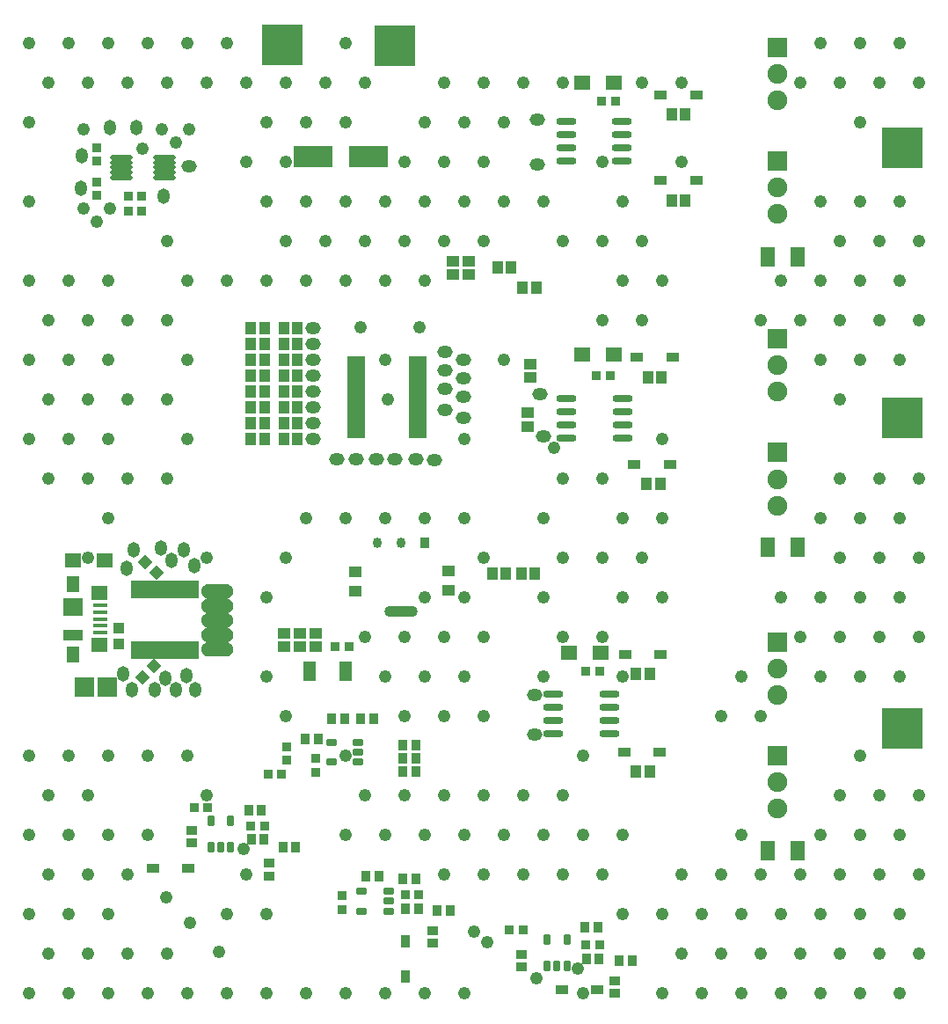
<source format=gts>
G04*
G04 #@! TF.GenerationSoftware,Altium Limited,Altium Designer,24.7.2 (38)*
G04*
G04 Layer_Color=8388736*
%FSLAX44Y44*%
%MOMM*%
G71*
G04*
G04 #@! TF.SameCoordinates,FD71C0C7-8574-4FF8-A0B1-75ED19D4754F*
G04*
G04*
G04 #@! TF.FilePolarity,Negative*
G04*
G01*
G75*
G04:AMPARAMS|DCode=23|XSize=1.0043mm|YSize=3.1821mm|CornerRadius=0.4369mm|HoleSize=0mm|Usage=FLASHONLY|Rotation=270.000|XOffset=0mm|YOffset=0mm|HoleType=Round|Shape=RoundedRectangle|*
%AMROUNDEDRECTD23*
21,1,1.0043,2.3084,0,0,270.0*
21,1,0.1306,3.1821,0,0,270.0*
1,1,0.8737,-1.1542,-0.0653*
1,1,0.8737,-1.1542,0.0653*
1,1,0.8737,1.1542,0.0653*
1,1,0.8737,1.1542,-0.0653*
%
%ADD23ROUNDEDRECTD23*%
G04:AMPARAMS|DCode=24|XSize=1.0043mm|YSize=0.8721mm|CornerRadius=0.4361mm|HoleSize=0mm|Usage=FLASHONLY|Rotation=270.000|XOffset=0mm|YOffset=0mm|HoleType=Round|Shape=RoundedRectangle|*
%AMROUNDEDRECTD24*
21,1,1.0043,0.0000,0,0,270.0*
21,1,0.1322,0.8721,0,0,270.0*
1,1,0.8721,0.0000,-0.0661*
1,1,0.8721,0.0000,0.0661*
1,1,0.8721,0.0000,0.0661*
1,1,0.8721,0.0000,-0.0661*
%
%ADD24ROUNDEDRECTD24*%
%ADD25R,0.8721X1.0043*%
%ADD34R,1.3000X1.6500*%
%ADD35R,1.9000X1.8000*%
%ADD36R,1.9000X1.0000*%
%ADD37R,1.5500X1.4250*%
%ADD38R,1.3800X0.4500*%
%ADD47O,1.2192X1.4732*%
%ADD48O,1.4732X1.2192*%
%ADD49R,1.8542X1.8542*%
%ADD50R,1.8542X1.8542*%
%ADD51R,4.0132X4.0132*%
%ADD52R,0.9032X0.9032*%
%ADD53O,2.2032X0.5032*%
%ADD54R,0.9032X0.9032*%
%ADD55R,0.9532X1.0532*%
G04:AMPARAMS|DCode=56|XSize=0.7532mm|YSize=1.0032mm|CornerRadius=0.1511mm|HoleSize=0mm|Usage=FLASHONLY|Rotation=270.000|XOffset=0mm|YOffset=0mm|HoleType=Round|Shape=RoundedRectangle|*
%AMROUNDEDRECTD56*
21,1,0.7532,0.7010,0,0,270.0*
21,1,0.4510,1.0032,0,0,270.0*
1,1,0.3022,-0.3505,-0.2255*
1,1,0.3022,-0.3505,0.2255*
1,1,0.3022,0.3505,0.2255*
1,1,0.3022,0.3505,-0.2255*
%
%ADD56ROUNDEDRECTD56*%
%ADD57R,0.9532X1.2032*%
%ADD58R,1.3032X1.0532*%
G04:AMPARAMS|DCode=59|XSize=0.7532mm|YSize=1.0032mm|CornerRadius=0.1511mm|HoleSize=0mm|Usage=FLASHONLY|Rotation=180.000|XOffset=0mm|YOffset=0mm|HoleType=Round|Shape=RoundedRectangle|*
%AMROUNDEDRECTD59*
21,1,0.7532,0.7010,0,0,180.0*
21,1,0.4510,1.0032,0,0,180.0*
1,1,0.3022,-0.2255,0.3505*
1,1,0.3022,0.2255,0.3505*
1,1,0.3022,0.2255,-0.3505*
1,1,0.3022,-0.2255,-0.3505*
%
%ADD59ROUNDEDRECTD59*%
%ADD60R,1.0532X0.9532*%
%ADD61R,1.2032X0.9532*%
%ADD62R,1.0532X1.1532*%
%ADD63O,1.9666X0.7316*%
%ADD64R,1.6532X0.6532*%
%ADD65R,3.7532X2.1032*%
%ADD66R,1.5032X1.3532*%
%ADD67R,0.6532X1.6532*%
%ADD68P,1.4895X4X270.0*%
%ADD69R,1.0532X1.0532*%
%ADD70P,1.4895X4X180.0*%
%ADD71R,1.1532X1.0532*%
%ADD72R,1.2532X1.8532*%
%ADD73R,1.4032X1.8532*%
%ADD74O,1.7272X1.3462*%
%ADD75R,1.9032X1.9032*%
%ADD76C,1.9032*%
%ADD77C,1.2192*%
G36*
X988365Y699263D02*
X988378Y699264D01*
X988431Y699259D01*
X988484Y699256D01*
X988498Y699253D01*
X988511Y699252D01*
X989459Y699101D01*
X989472Y699099D01*
X989485Y699097D01*
X989537Y699084D01*
X989588Y699072D01*
X989601Y699068D01*
X989614Y699064D01*
X990527Y698768D01*
X990539Y698763D01*
X990552Y698759D01*
X990601Y698738D01*
X990650Y698718D01*
X990662Y698712D01*
X990674Y698707D01*
X991529Y698271D01*
X991541Y698264D01*
X991553Y698259D01*
X991598Y698230D01*
X991644Y698203D01*
X991654Y698195D01*
X991665Y698187D01*
X992442Y697624D01*
X992452Y697615D01*
X992463Y697607D01*
X992503Y697572D01*
X992544Y697538D01*
X992553Y697529D01*
X992563Y697520D01*
X993242Y696841D01*
X993250Y696831D01*
X993260Y696822D01*
X993294Y696781D01*
X993329Y696741D01*
X993337Y696730D01*
X993345Y696720D01*
X993909Y695944D01*
X993916Y695932D01*
X993925Y695922D01*
X993952Y695876D01*
X993980Y695831D01*
X993986Y695819D01*
X993993Y695807D01*
X994428Y694952D01*
X994434Y694940D01*
X994440Y694928D01*
X994460Y694879D01*
X994481Y694830D01*
X994485Y694817D01*
X994490Y694805D01*
X994786Y693892D01*
X994789Y693879D01*
X994794Y693867D01*
X994806Y693815D01*
X994819Y693763D01*
X994820Y693750D01*
X994823Y693737D01*
X994974Y692789D01*
X994975Y692776D01*
X994977Y692763D01*
X994981Y692709D01*
X994986Y692656D01*
X994985Y692643D01*
X994986Y692630D01*
Y691670D01*
X994985Y691657D01*
X994986Y691644D01*
X994981Y691591D01*
X994977Y691537D01*
X994975Y691524D01*
X994974Y691511D01*
X994823Y690563D01*
X994820Y690550D01*
X994819Y690537D01*
X994806Y690485D01*
X994794Y690433D01*
X994789Y690421D01*
X994786Y690408D01*
X994490Y689495D01*
X994484Y689483D01*
X994481Y689470D01*
X994460Y689421D01*
X994440Y689372D01*
X994434Y689360D01*
X994428Y689348D01*
X993993Y688493D01*
X993986Y688481D01*
X993980Y688469D01*
X993952Y688424D01*
X993925Y688378D01*
X993916Y688368D01*
X993909Y688356D01*
X993345Y687580D01*
X993337Y687570D01*
X993329Y687559D01*
X993294Y687519D01*
X993260Y687478D01*
X993250Y687469D01*
X993242Y687459D01*
X992563Y686780D01*
X992553Y686771D01*
X992544Y686762D01*
X992503Y686728D01*
X992463Y686693D01*
X992452Y686685D01*
X992442Y686676D01*
X991665Y686113D01*
X991654Y686105D01*
X991644Y686097D01*
X991598Y686070D01*
X991553Y686041D01*
X991541Y686036D01*
X991529Y686029D01*
X990674Y685593D01*
X990662Y685588D01*
X990650Y685582D01*
X990601Y685562D01*
X990552Y685541D01*
X990539Y685537D01*
X990527Y685532D01*
X989614Y685236D01*
X989601Y685232D01*
X989588Y685228D01*
X989537Y685216D01*
X989485Y685203D01*
X989472Y685201D01*
X989459Y685199D01*
X989247Y685165D01*
X989459Y685132D01*
X989472Y685129D01*
X989485Y685127D01*
X989537Y685114D01*
X989588Y685102D01*
X989601Y685098D01*
X989614Y685094D01*
X990527Y684798D01*
X990539Y684793D01*
X990552Y684789D01*
X990601Y684768D01*
X990650Y684748D01*
X990662Y684742D01*
X990674Y684737D01*
X991529Y684301D01*
X991541Y684294D01*
X991553Y684288D01*
X991598Y684260D01*
X991644Y684233D01*
X991654Y684225D01*
X991665Y684218D01*
X992442Y683653D01*
X992452Y683645D01*
X992463Y683637D01*
X992503Y683602D01*
X992544Y683568D01*
X992553Y683559D01*
X992563Y683550D01*
X993242Y682871D01*
X993250Y682861D01*
X993260Y682852D01*
X993294Y682811D01*
X993329Y682771D01*
X993337Y682760D01*
X993345Y682750D01*
X993909Y681973D01*
X993916Y681962D01*
X993925Y681952D01*
X993952Y681906D01*
X993980Y681861D01*
X993986Y681849D01*
X993993Y681837D01*
X994428Y680982D01*
X994434Y680970D01*
X994440Y680958D01*
X994460Y680909D01*
X994481Y680860D01*
X994485Y680847D01*
X994490Y680835D01*
X994786Y679922D01*
X994789Y679909D01*
X994794Y679897D01*
X994806Y679845D01*
X994819Y679793D01*
X994820Y679780D01*
X994823Y679767D01*
X994974Y678819D01*
X994975Y678806D01*
X994977Y678793D01*
X994981Y678739D01*
X994986Y678686D01*
X994985Y678673D01*
X994986Y678660D01*
Y677700D01*
X994985Y677687D01*
X994986Y677674D01*
X994981Y677621D01*
X994977Y677567D01*
X994975Y677554D01*
X994974Y677541D01*
X994823Y676593D01*
X994820Y676580D01*
X994819Y676567D01*
X994806Y676515D01*
X994794Y676463D01*
X994789Y676451D01*
X994786Y676438D01*
X994490Y675525D01*
X994484Y675513D01*
X994481Y675500D01*
X994460Y675451D01*
X994440Y675402D01*
X994434Y675390D01*
X994428Y675378D01*
X993993Y674523D01*
X993986Y674511D01*
X993980Y674499D01*
X993952Y674454D01*
X993925Y674408D01*
X993916Y674398D01*
X993909Y674387D01*
X993345Y673610D01*
X993337Y673600D01*
X993329Y673589D01*
X993294Y673549D01*
X993260Y673508D01*
X993250Y673499D01*
X993242Y673489D01*
X992563Y672810D01*
X992553Y672801D01*
X992544Y672792D01*
X992503Y672758D01*
X992463Y672722D01*
X992452Y672715D01*
X992442Y672707D01*
X991665Y672142D01*
X991654Y672135D01*
X991644Y672127D01*
X991598Y672100D01*
X991553Y672072D01*
X991541Y672066D01*
X991529Y672059D01*
X990674Y671623D01*
X990662Y671618D01*
X990650Y671612D01*
X990601Y671592D01*
X990552Y671571D01*
X990539Y671567D01*
X990527Y671562D01*
X989614Y671266D01*
X989601Y671263D01*
X989588Y671258D01*
X989537Y671246D01*
X989485Y671233D01*
X989472Y671231D01*
X989459Y671228D01*
X989247Y671195D01*
X989459Y671161D01*
X989472Y671159D01*
X989485Y671157D01*
X989537Y671144D01*
X989588Y671132D01*
X989601Y671127D01*
X989614Y671124D01*
X990527Y670828D01*
X990539Y670823D01*
X990552Y670819D01*
X990601Y670798D01*
X990650Y670778D01*
X990662Y670772D01*
X990674Y670767D01*
X991529Y670331D01*
X991541Y670324D01*
X991553Y670319D01*
X991598Y670290D01*
X991644Y670263D01*
X991654Y670255D01*
X991665Y670247D01*
X992442Y669684D01*
X992452Y669675D01*
X992463Y669668D01*
X992503Y669632D01*
X992544Y669598D01*
X992553Y669589D01*
X992563Y669580D01*
X993242Y668901D01*
X993250Y668891D01*
X993260Y668882D01*
X993294Y668841D01*
X993329Y668801D01*
X993337Y668790D01*
X993345Y668780D01*
X993909Y668003D01*
X993916Y667992D01*
X993925Y667982D01*
X993952Y667936D01*
X993980Y667891D01*
X993986Y667879D01*
X993993Y667867D01*
X994428Y667012D01*
X994434Y667000D01*
X994440Y666988D01*
X994460Y666939D01*
X994481Y666890D01*
X994485Y666877D01*
X994490Y666865D01*
X994786Y665952D01*
X994789Y665939D01*
X994794Y665927D01*
X994806Y665875D01*
X994819Y665823D01*
X994820Y665810D01*
X994823Y665797D01*
X994974Y664849D01*
X994975Y664836D01*
X994977Y664823D01*
X994981Y664769D01*
X994986Y664716D01*
X994985Y664703D01*
X994986Y664690D01*
Y663730D01*
X994985Y663717D01*
X994986Y663704D01*
X994981Y663651D01*
X994977Y663597D01*
X994975Y663584D01*
X994974Y663571D01*
X994823Y662623D01*
X994820Y662610D01*
X994819Y662597D01*
X994806Y662545D01*
X994794Y662493D01*
X994789Y662481D01*
X994786Y662468D01*
X994490Y661555D01*
X994484Y661543D01*
X994481Y661530D01*
X994460Y661481D01*
X994440Y661432D01*
X994434Y661420D01*
X994428Y661408D01*
X993993Y660553D01*
X993986Y660541D01*
X993980Y660529D01*
X993952Y660484D01*
X993925Y660438D01*
X993916Y660428D01*
X993909Y660416D01*
X993345Y659640D01*
X993337Y659630D01*
X993329Y659619D01*
X993294Y659579D01*
X993260Y659538D01*
X993250Y659529D01*
X993242Y659519D01*
X992563Y658840D01*
X992553Y658831D01*
X992544Y658822D01*
X992503Y658788D01*
X992463Y658753D01*
X992452Y658745D01*
X992442Y658736D01*
X991665Y658173D01*
X991654Y658165D01*
X991644Y658157D01*
X991598Y658130D01*
X991553Y658102D01*
X991541Y658096D01*
X991529Y658089D01*
X990674Y657653D01*
X990662Y657648D01*
X990650Y657642D01*
X990601Y657622D01*
X990552Y657601D01*
X990539Y657597D01*
X990527Y657592D01*
X989614Y657296D01*
X989601Y657292D01*
X989588Y657288D01*
X989537Y657276D01*
X989485Y657263D01*
X989472Y657261D01*
X989459Y657259D01*
X989247Y657225D01*
X989459Y657191D01*
X989472Y657189D01*
X989485Y657187D01*
X989537Y657174D01*
X989588Y657162D01*
X989601Y657158D01*
X989614Y657154D01*
X990527Y656858D01*
X990539Y656853D01*
X990552Y656849D01*
X990601Y656828D01*
X990650Y656808D01*
X990662Y656802D01*
X990674Y656797D01*
X991529Y656361D01*
X991541Y656354D01*
X991553Y656348D01*
X991598Y656320D01*
X991644Y656293D01*
X991654Y656285D01*
X991665Y656277D01*
X992442Y655714D01*
X992452Y655705D01*
X992463Y655697D01*
X992503Y655662D01*
X992544Y655628D01*
X992553Y655619D01*
X992563Y655610D01*
X993242Y654931D01*
X993250Y654921D01*
X993260Y654912D01*
X993294Y654871D01*
X993329Y654831D01*
X993337Y654820D01*
X993345Y654810D01*
X993909Y654034D01*
X993916Y654022D01*
X993925Y654012D01*
X993952Y653966D01*
X993980Y653921D01*
X993986Y653909D01*
X993993Y653897D01*
X994428Y653042D01*
X994434Y653030D01*
X994440Y653018D01*
X994460Y652969D01*
X994481Y652920D01*
X994485Y652907D01*
X994490Y652895D01*
X994786Y651982D01*
X994789Y651969D01*
X994794Y651957D01*
X994806Y651905D01*
X994819Y651853D01*
X994820Y651840D01*
X994823Y651827D01*
X994974Y650879D01*
X994975Y650866D01*
X994977Y650853D01*
X994981Y650799D01*
X994986Y650746D01*
X994985Y650733D01*
X994986Y650720D01*
Y649760D01*
X994985Y649747D01*
X994986Y649734D01*
X994981Y649681D01*
X994977Y649627D01*
X994975Y649614D01*
X994974Y649601D01*
X994823Y648653D01*
X994820Y648640D01*
X994819Y648627D01*
X994806Y648575D01*
X994794Y648523D01*
X994789Y648511D01*
X994786Y648498D01*
X994490Y647585D01*
X994484Y647573D01*
X994481Y647560D01*
X994460Y647511D01*
X994440Y647462D01*
X994434Y647450D01*
X994428Y647438D01*
X993993Y646583D01*
X993986Y646571D01*
X993980Y646559D01*
X993952Y646514D01*
X993925Y646468D01*
X993916Y646458D01*
X993909Y646447D01*
X993345Y645670D01*
X993337Y645660D01*
X993329Y645649D01*
X993294Y645609D01*
X993260Y645568D01*
X993250Y645559D01*
X993242Y645549D01*
X992563Y644870D01*
X992553Y644861D01*
X992544Y644852D01*
X992503Y644818D01*
X992463Y644782D01*
X992452Y644775D01*
X992442Y644766D01*
X991665Y644202D01*
X991654Y644195D01*
X991644Y644187D01*
X991598Y644160D01*
X991553Y644131D01*
X991541Y644126D01*
X991529Y644119D01*
X990674Y643683D01*
X990662Y643678D01*
X990650Y643672D01*
X990601Y643652D01*
X990552Y643631D01*
X990539Y643627D01*
X990527Y643622D01*
X989614Y643326D01*
X989601Y643323D01*
X989588Y643318D01*
X989537Y643306D01*
X989485Y643293D01*
X989472Y643291D01*
X989459Y643288D01*
X989247Y643255D01*
X989459Y643222D01*
X989472Y643219D01*
X989485Y643217D01*
X989537Y643204D01*
X989588Y643192D01*
X989601Y643187D01*
X989614Y643184D01*
X990527Y642888D01*
X990539Y642883D01*
X990552Y642879D01*
X990601Y642858D01*
X990650Y642838D01*
X990662Y642832D01*
X990674Y642827D01*
X991529Y642391D01*
X991541Y642384D01*
X991553Y642378D01*
X991598Y642350D01*
X991644Y642323D01*
X991654Y642315D01*
X991665Y642308D01*
X992442Y641743D01*
X992452Y641735D01*
X992463Y641728D01*
X992503Y641692D01*
X992544Y641658D01*
X992553Y641649D01*
X992563Y641640D01*
X993242Y640961D01*
X993250Y640951D01*
X993260Y640942D01*
X993294Y640901D01*
X993329Y640861D01*
X993337Y640850D01*
X993345Y640840D01*
X993909Y640063D01*
X993916Y640052D01*
X993925Y640042D01*
X993952Y639996D01*
X993980Y639951D01*
X993986Y639939D01*
X993993Y639927D01*
X994428Y639072D01*
X994434Y639060D01*
X994440Y639048D01*
X994460Y638999D01*
X994481Y638950D01*
X994485Y638937D01*
X994490Y638925D01*
X994786Y638012D01*
X994789Y637999D01*
X994794Y637987D01*
X994806Y637935D01*
X994819Y637883D01*
X994820Y637870D01*
X994823Y637857D01*
X994974Y636909D01*
X994975Y636896D01*
X994977Y636883D01*
X994981Y636829D01*
X994986Y636776D01*
X994985Y636763D01*
X994986Y636750D01*
Y635790D01*
X994985Y635777D01*
X994986Y635764D01*
X994981Y635711D01*
X994977Y635657D01*
X994975Y635644D01*
X994974Y635631D01*
X994823Y634683D01*
X994820Y634670D01*
X994819Y634657D01*
X994806Y634605D01*
X994794Y634553D01*
X994789Y634541D01*
X994786Y634528D01*
X994490Y633615D01*
X994484Y633603D01*
X994481Y633590D01*
X994460Y633541D01*
X994440Y633492D01*
X994434Y633480D01*
X994428Y633468D01*
X993993Y632613D01*
X993986Y632601D01*
X993980Y632589D01*
X993952Y632544D01*
X993925Y632498D01*
X993916Y632488D01*
X993909Y632477D01*
X993345Y631700D01*
X993337Y631690D01*
X993329Y631679D01*
X993294Y631639D01*
X993260Y631598D01*
X993250Y631589D01*
X993242Y631579D01*
X992563Y630900D01*
X992553Y630891D01*
X992544Y630882D01*
X992503Y630848D01*
X992463Y630812D01*
X992452Y630805D01*
X992442Y630797D01*
X991665Y630233D01*
X991654Y630225D01*
X991644Y630217D01*
X991598Y630190D01*
X991553Y630162D01*
X991541Y630156D01*
X991529Y630149D01*
X990674Y629713D01*
X990662Y629708D01*
X990650Y629702D01*
X990601Y629682D01*
X990552Y629661D01*
X990539Y629657D01*
X990527Y629652D01*
X989614Y629356D01*
X989601Y629352D01*
X989588Y629348D01*
X989537Y629336D01*
X989485Y629323D01*
X989472Y629321D01*
X989459Y629319D01*
X988511Y629168D01*
X988498Y629167D01*
X988484Y629165D01*
X988431Y629161D01*
X988378Y629156D01*
X988365Y629157D01*
X988352Y629156D01*
X970882D01*
X970869Y629157D01*
X970855Y629156D01*
X970803Y629161D01*
X970749Y629165D01*
X970736Y629167D01*
X970723Y629168D01*
X969775Y629319D01*
X969762Y629321D01*
X969749Y629323D01*
X969697Y629336D01*
X969645Y629348D01*
X969633Y629352D01*
X969620Y629356D01*
X968707Y629652D01*
X968695Y629657D01*
X968682Y629661D01*
X968633Y629682D01*
X968584Y629702D01*
X968572Y629708D01*
X968559Y629713D01*
X967705Y630149D01*
X967693Y630156D01*
X967681Y630162D01*
X967636Y630190D01*
X967590Y630217D01*
X967580Y630225D01*
X967568Y630233D01*
X966792Y630797D01*
X966782Y630805D01*
X966771Y630812D01*
X966730Y630848D01*
X966690Y630882D01*
X966681Y630891D01*
X966671Y630900D01*
X965992Y631579D01*
X965983Y631589D01*
X965974Y631598D01*
X965940Y631639D01*
X965904Y631679D01*
X965897Y631690D01*
X965888Y631700D01*
X965324Y632477D01*
X965317Y632488D01*
X965309Y632498D01*
X965282Y632544D01*
X965253Y632589D01*
X965248Y632601D01*
X965241Y632613D01*
X964805Y633468D01*
X964800Y633480D01*
X964793Y633492D01*
X964774Y633541D01*
X964753Y633590D01*
X964749Y633603D01*
X964744Y633615D01*
X964448Y634528D01*
X964444Y634541D01*
X964440Y634553D01*
X964428Y634605D01*
X964415Y634657D01*
X964413Y634670D01*
X964410Y634683D01*
X964260Y635631D01*
X964259Y635644D01*
X964256Y635657D01*
X964253Y635711D01*
X964248Y635764D01*
X964249Y635777D01*
X964248Y635790D01*
Y636750D01*
X964249Y636763D01*
X964248Y636776D01*
X964253Y636829D01*
X964256Y636883D01*
X964259Y636896D01*
X964260Y636909D01*
X964410Y637857D01*
X964413Y637870D01*
X964415Y637883D01*
X964428Y637935D01*
X964440Y637987D01*
X964444Y637999D01*
X964448Y638012D01*
X964744Y638925D01*
X964749Y638937D01*
X964753Y638950D01*
X964774Y638999D01*
X964793Y639048D01*
X964800Y639060D01*
X964805Y639072D01*
X965241Y639927D01*
X965248Y639939D01*
X965253Y639951D01*
X965282Y639996D01*
X965309Y640042D01*
X965317Y640052D01*
X965324Y640063D01*
X965888Y640840D01*
X965897Y640850D01*
X965904Y640861D01*
X965940Y640901D01*
X965974Y640942D01*
X965983Y640951D01*
X965992Y640961D01*
X966671Y641640D01*
X966681Y641649D01*
X966690Y641658D01*
X966730Y641692D01*
X966771Y641728D01*
X966782Y641735D01*
X966792Y641743D01*
X967568Y642308D01*
X967580Y642315D01*
X967590Y642323D01*
X967636Y642350D01*
X967681Y642378D01*
X967693Y642384D01*
X967705Y642391D01*
X968559Y642827D01*
X968572Y642832D01*
X968584Y642838D01*
X968633Y642858D01*
X968682Y642879D01*
X968695Y642883D01*
X968707Y642888D01*
X969620Y643184D01*
X969633Y643187D01*
X969645Y643192D01*
X969697Y643204D01*
X969749Y643217D01*
X969762Y643219D01*
X969775Y643222D01*
X969986Y643255D01*
X969775Y643288D01*
X969762Y643291D01*
X969749Y643293D01*
X969697Y643306D01*
X969645Y643318D01*
X969633Y643323D01*
X969620Y643326D01*
X968707Y643622D01*
X968695Y643627D01*
X968682Y643631D01*
X968633Y643652D01*
X968584Y643672D01*
X968572Y643678D01*
X968559Y643683D01*
X967705Y644119D01*
X967693Y644126D01*
X967681Y644131D01*
X967636Y644160D01*
X967590Y644187D01*
X967580Y644195D01*
X967568Y644202D01*
X966792Y644766D01*
X966782Y644775D01*
X966771Y644782D01*
X966730Y644818D01*
X966690Y644852D01*
X966681Y644861D01*
X966671Y644870D01*
X965992Y645549D01*
X965983Y645559D01*
X965974Y645568D01*
X965940Y645609D01*
X965904Y645649D01*
X965897Y645660D01*
X965888Y645670D01*
X965324Y646447D01*
X965317Y646458D01*
X965309Y646468D01*
X965282Y646514D01*
X965253Y646559D01*
X965248Y646571D01*
X965241Y646583D01*
X964805Y647438D01*
X964800Y647450D01*
X964793Y647462D01*
X964774Y647511D01*
X964753Y647560D01*
X964749Y647573D01*
X964744Y647585D01*
X964448Y648498D01*
X964444Y648511D01*
X964440Y648523D01*
X964428Y648575D01*
X964415Y648627D01*
X964413Y648640D01*
X964410Y648653D01*
X964260Y649601D01*
X964259Y649614D01*
X964256Y649627D01*
X964253Y649681D01*
X964248Y649734D01*
X964249Y649747D01*
X964248Y649760D01*
Y650720D01*
X964249Y650733D01*
X964248Y650746D01*
X964253Y650799D01*
X964256Y650853D01*
X964259Y650866D01*
X964260Y650879D01*
X964410Y651827D01*
X964413Y651840D01*
X964415Y651853D01*
X964428Y651905D01*
X964440Y651957D01*
X964444Y651969D01*
X964448Y651982D01*
X964744Y652895D01*
X964749Y652907D01*
X964753Y652920D01*
X964774Y652969D01*
X964793Y653018D01*
X964800Y653030D01*
X964805Y653042D01*
X965241Y653897D01*
X965248Y653909D01*
X965253Y653921D01*
X965282Y653966D01*
X965309Y654012D01*
X965317Y654022D01*
X965324Y654034D01*
X965888Y654810D01*
X965897Y654820D01*
X965904Y654831D01*
X965940Y654871D01*
X965974Y654912D01*
X965983Y654921D01*
X965992Y654931D01*
X966671Y655610D01*
X966681Y655619D01*
X966690Y655628D01*
X966730Y655662D01*
X966771Y655697D01*
X966782Y655705D01*
X966792Y655714D01*
X967568Y656277D01*
X967580Y656285D01*
X967590Y656293D01*
X967636Y656320D01*
X967681Y656348D01*
X967693Y656354D01*
X967705Y656361D01*
X968559Y656797D01*
X968572Y656802D01*
X968584Y656808D01*
X968633Y656828D01*
X968682Y656849D01*
X968695Y656853D01*
X968707Y656858D01*
X969620Y657154D01*
X969633Y657158D01*
X969645Y657162D01*
X969697Y657174D01*
X969749Y657187D01*
X969762Y657189D01*
X969775Y657191D01*
X969986Y657225D01*
X969775Y657259D01*
X969762Y657261D01*
X969749Y657263D01*
X969697Y657276D01*
X969645Y657288D01*
X969633Y657292D01*
X969620Y657296D01*
X968707Y657592D01*
X968695Y657597D01*
X968682Y657601D01*
X968633Y657622D01*
X968584Y657642D01*
X968572Y657648D01*
X968559Y657653D01*
X967705Y658089D01*
X967693Y658096D01*
X967681Y658102D01*
X967636Y658130D01*
X967590Y658157D01*
X967580Y658165D01*
X967568Y658173D01*
X966792Y658736D01*
X966782Y658745D01*
X966771Y658753D01*
X966730Y658788D01*
X966690Y658822D01*
X966681Y658831D01*
X966671Y658840D01*
X965992Y659519D01*
X965983Y659529D01*
X965974Y659538D01*
X965940Y659579D01*
X965904Y659619D01*
X965897Y659630D01*
X965888Y659640D01*
X965324Y660416D01*
X965317Y660428D01*
X965309Y660438D01*
X965282Y660484D01*
X965253Y660529D01*
X965248Y660541D01*
X965241Y660553D01*
X964805Y661408D01*
X964800Y661420D01*
X964793Y661432D01*
X964774Y661481D01*
X964753Y661530D01*
X964749Y661543D01*
X964744Y661555D01*
X964448Y662468D01*
X964444Y662481D01*
X964440Y662493D01*
X964428Y662545D01*
X964415Y662597D01*
X964413Y662610D01*
X964410Y662623D01*
X964260Y663571D01*
X964259Y663584D01*
X964256Y663597D01*
X964253Y663651D01*
X964248Y663704D01*
X964249Y663717D01*
X964248Y663730D01*
Y664690D01*
X964249Y664703D01*
X964248Y664716D01*
X964253Y664769D01*
X964256Y664823D01*
X964259Y664836D01*
X964260Y664849D01*
X964410Y665797D01*
X964413Y665810D01*
X964415Y665823D01*
X964428Y665875D01*
X964440Y665927D01*
X964444Y665939D01*
X964448Y665952D01*
X964744Y666865D01*
X964749Y666877D01*
X964753Y666890D01*
X964774Y666939D01*
X964793Y666988D01*
X964800Y667000D01*
X964805Y667012D01*
X965241Y667867D01*
X965248Y667879D01*
X965253Y667891D01*
X965282Y667936D01*
X965309Y667982D01*
X965317Y667992D01*
X965324Y668003D01*
X965888Y668780D01*
X965897Y668790D01*
X965904Y668801D01*
X965940Y668841D01*
X965974Y668882D01*
X965983Y668891D01*
X965992Y668901D01*
X966671Y669580D01*
X966681Y669589D01*
X966690Y669598D01*
X966730Y669632D01*
X966771Y669668D01*
X966782Y669675D01*
X966792Y669684D01*
X967568Y670247D01*
X967580Y670255D01*
X967590Y670263D01*
X967636Y670290D01*
X967681Y670319D01*
X967693Y670324D01*
X967705Y670331D01*
X968559Y670767D01*
X968572Y670772D01*
X968584Y670778D01*
X968633Y670798D01*
X968682Y670819D01*
X968695Y670823D01*
X968707Y670828D01*
X969620Y671124D01*
X969633Y671127D01*
X969645Y671132D01*
X969697Y671144D01*
X969749Y671157D01*
X969762Y671159D01*
X969775Y671161D01*
X969986Y671195D01*
X969775Y671228D01*
X969762Y671231D01*
X969749Y671233D01*
X969697Y671246D01*
X969645Y671258D01*
X969633Y671263D01*
X969620Y671266D01*
X968707Y671562D01*
X968695Y671567D01*
X968682Y671571D01*
X968633Y671592D01*
X968584Y671612D01*
X968572Y671618D01*
X968559Y671623D01*
X967705Y672059D01*
X967693Y672066D01*
X967681Y672072D01*
X967636Y672100D01*
X967590Y672127D01*
X967580Y672135D01*
X967568Y672142D01*
X966792Y672707D01*
X966782Y672715D01*
X966771Y672722D01*
X966730Y672758D01*
X966690Y672792D01*
X966681Y672801D01*
X966671Y672810D01*
X965992Y673489D01*
X965983Y673499D01*
X965974Y673508D01*
X965940Y673549D01*
X965904Y673589D01*
X965897Y673600D01*
X965888Y673610D01*
X965324Y674387D01*
X965317Y674398D01*
X965309Y674408D01*
X965282Y674454D01*
X965253Y674499D01*
X965248Y674511D01*
X965241Y674523D01*
X964805Y675378D01*
X964800Y675390D01*
X964793Y675402D01*
X964774Y675451D01*
X964753Y675500D01*
X964749Y675513D01*
X964744Y675525D01*
X964448Y676438D01*
X964444Y676451D01*
X964440Y676463D01*
X964428Y676515D01*
X964415Y676567D01*
X964413Y676580D01*
X964410Y676593D01*
X964260Y677541D01*
X964259Y677554D01*
X964256Y677567D01*
X964253Y677621D01*
X964248Y677674D01*
X964249Y677687D01*
X964248Y677700D01*
Y678660D01*
X964249Y678673D01*
X964248Y678686D01*
X964253Y678739D01*
X964256Y678793D01*
X964259Y678806D01*
X964260Y678819D01*
X964410Y679767D01*
X964413Y679780D01*
X964415Y679793D01*
X964428Y679845D01*
X964440Y679897D01*
X964444Y679909D01*
X964448Y679922D01*
X964744Y680835D01*
X964749Y680847D01*
X964753Y680860D01*
X964774Y680909D01*
X964793Y680958D01*
X964800Y680970D01*
X964805Y680982D01*
X965241Y681837D01*
X965248Y681849D01*
X965253Y681861D01*
X965282Y681906D01*
X965309Y681952D01*
X965317Y681962D01*
X965324Y681973D01*
X965888Y682750D01*
X965897Y682760D01*
X965904Y682771D01*
X965940Y682811D01*
X965974Y682852D01*
X965983Y682861D01*
X965992Y682871D01*
X966671Y683550D01*
X966681Y683559D01*
X966690Y683568D01*
X966730Y683602D01*
X966771Y683637D01*
X966782Y683645D01*
X966792Y683653D01*
X967568Y684218D01*
X967580Y684225D01*
X967590Y684233D01*
X967636Y684260D01*
X967681Y684288D01*
X967693Y684294D01*
X967705Y684301D01*
X968559Y684737D01*
X968572Y684742D01*
X968584Y684748D01*
X968633Y684768D01*
X968682Y684789D01*
X968695Y684793D01*
X968707Y684798D01*
X969620Y685094D01*
X969633Y685098D01*
X969645Y685102D01*
X969697Y685114D01*
X969749Y685127D01*
X969762Y685129D01*
X969775Y685132D01*
X969986Y685165D01*
X969775Y685199D01*
X969762Y685201D01*
X969749Y685203D01*
X969697Y685216D01*
X969645Y685228D01*
X969633Y685232D01*
X969620Y685236D01*
X968707Y685532D01*
X968695Y685537D01*
X968682Y685541D01*
X968633Y685562D01*
X968584Y685582D01*
X968572Y685588D01*
X968559Y685593D01*
X967705Y686029D01*
X967693Y686036D01*
X967681Y686041D01*
X967636Y686070D01*
X967590Y686097D01*
X967580Y686105D01*
X967568Y686113D01*
X966792Y686676D01*
X966782Y686685D01*
X966771Y686693D01*
X966730Y686728D01*
X966690Y686762D01*
X966681Y686771D01*
X966671Y686780D01*
X965992Y687459D01*
X965983Y687469D01*
X965974Y687478D01*
X965940Y687519D01*
X965904Y687559D01*
X965897Y687570D01*
X965888Y687580D01*
X965324Y688356D01*
X965317Y688368D01*
X965309Y688378D01*
X965282Y688424D01*
X965253Y688469D01*
X965248Y688481D01*
X965241Y688493D01*
X964805Y689348D01*
X964800Y689360D01*
X964793Y689372D01*
X964774Y689421D01*
X964753Y689470D01*
X964749Y689483D01*
X964744Y689495D01*
X964448Y690408D01*
X964444Y690421D01*
X964440Y690433D01*
X964428Y690485D01*
X964415Y690537D01*
X964413Y690550D01*
X964410Y690563D01*
X964260Y691511D01*
X964259Y691524D01*
X964256Y691537D01*
X964253Y691591D01*
X964248Y691644D01*
X964249Y691657D01*
X964248Y691670D01*
Y692630D01*
X964249Y692643D01*
X964248Y692656D01*
X964253Y692709D01*
X964256Y692763D01*
X964259Y692776D01*
X964260Y692789D01*
X964410Y693737D01*
X964413Y693750D01*
X964415Y693763D01*
X964428Y693815D01*
X964440Y693867D01*
X964444Y693879D01*
X964448Y693892D01*
X964744Y694805D01*
X964749Y694817D01*
X964753Y694830D01*
X964774Y694879D01*
X964793Y694928D01*
X964800Y694940D01*
X964805Y694952D01*
X965241Y695807D01*
X965248Y695819D01*
X965253Y695831D01*
X965282Y695876D01*
X965309Y695922D01*
X965317Y695932D01*
X965324Y695944D01*
X965888Y696720D01*
X965897Y696730D01*
X965904Y696741D01*
X965940Y696781D01*
X965974Y696822D01*
X965983Y696831D01*
X965992Y696841D01*
X966671Y697520D01*
X966681Y697529D01*
X966690Y697538D01*
X966730Y697572D01*
X966771Y697607D01*
X966782Y697615D01*
X966792Y697624D01*
X967568Y698187D01*
X967580Y698195D01*
X967590Y698203D01*
X967636Y698230D01*
X967681Y698259D01*
X967693Y698264D01*
X967705Y698271D01*
X968559Y698707D01*
X968572Y698712D01*
X968584Y698718D01*
X968633Y698738D01*
X968682Y698759D01*
X968695Y698763D01*
X968707Y698768D01*
X969620Y699064D01*
X969633Y699068D01*
X969645Y699072D01*
X969697Y699084D01*
X969749Y699097D01*
X969762Y699099D01*
X969775Y699101D01*
X970723Y699252D01*
X970736Y699253D01*
X970749Y699256D01*
X970803Y699259D01*
X970855Y699264D01*
X970869Y699263D01*
X970882Y699264D01*
X988352D01*
X988365Y699263D01*
D02*
G37*
D23*
X1156635Y672476D02*
D03*
D24*
X1133735Y738376D02*
D03*
X1156635D02*
D03*
D25*
X1179535D02*
D03*
D34*
X840810Y699080D02*
D03*
Y631580D02*
D03*
D35*
Y676830D02*
D03*
D36*
Y649830D02*
D03*
D37*
X866560Y690205D02*
D03*
Y640455D02*
D03*
D38*
X867410Y678330D02*
D03*
Y671830D02*
D03*
Y665330D02*
D03*
Y658830D02*
D03*
Y652330D02*
D03*
D47*
X889000Y612140D02*
D03*
X897890Y596900D02*
D03*
X892810Y713740D02*
D03*
X899160Y731520D02*
D03*
X919480Y596900D02*
D03*
X929640Y608330D02*
D03*
X925830Y733637D02*
D03*
X935990Y721360D02*
D03*
X949960Y610870D02*
D03*
X947420Y731520D02*
D03*
X958850Y596900D02*
D03*
X939800D02*
D03*
X957580Y716280D02*
D03*
X901700Y1137920D02*
D03*
X849630Y1111250D02*
D03*
X928370Y1071880D02*
D03*
X876300Y1137920D02*
D03*
X848360Y1079500D02*
D03*
D48*
X952500Y1101090D02*
D03*
X1150620Y819150D02*
D03*
X1113790D02*
D03*
X1287780Y1145540D02*
D03*
Y1102360D02*
D03*
X1290320Y881380D02*
D03*
X1294130Y840740D02*
D03*
X1285240Y591820D02*
D03*
Y553720D02*
D03*
X1216660Y858520D02*
D03*
X1071880Y838200D02*
D03*
X1198880Y866140D02*
D03*
X1071880Y853440D02*
D03*
X1216660Y878840D02*
D03*
X1071880Y868680D02*
D03*
X1198880Y886460D02*
D03*
X1071880Y883920D02*
D03*
X1216660Y896620D02*
D03*
X1071880Y899160D02*
D03*
X1198880Y904240D02*
D03*
X1071880Y914400D02*
D03*
X1216660D02*
D03*
X1071880Y929640D02*
D03*
X1198880Y922020D02*
D03*
X1071880Y944880D02*
D03*
X1188720Y817880D02*
D03*
X1094740Y819150D02*
D03*
X1170940D02*
D03*
X1132840D02*
D03*
D49*
X852170Y599440D02*
D03*
D50*
X873760D02*
D03*
D51*
X1150620Y1216660D02*
D03*
X1042670Y1217930D02*
D03*
X1639570Y1118870D02*
D03*
Y858520D02*
D03*
Y560070D02*
D03*
D52*
X863600Y1072850D02*
D03*
Y1085850D02*
D03*
Y1119020D02*
D03*
Y1106020D02*
D03*
X1074420Y518010D02*
D03*
Y531010D02*
D03*
X1099820Y385930D02*
D03*
Y398930D02*
D03*
X1046480Y542440D02*
D03*
Y529440D02*
D03*
D53*
X887050Y1109820D02*
D03*
Y1104820D02*
D03*
Y1099820D02*
D03*
Y1094820D02*
D03*
Y1089820D02*
D03*
X929050Y1109820D02*
D03*
Y1104820D02*
D03*
Y1094820D02*
D03*
Y1089820D02*
D03*
Y1099820D02*
D03*
D54*
X893930Y1057910D02*
D03*
X906930D02*
D03*
Y1071880D02*
D03*
X893930D02*
D03*
X1028550Y515620D02*
D03*
X1041550D02*
D03*
X1012040Y466090D02*
D03*
X1025040D02*
D03*
X1093320Y638810D02*
D03*
X1106320D02*
D03*
X1362860Y1163320D02*
D03*
X1349860D02*
D03*
X1344780Y899160D02*
D03*
X1357780D02*
D03*
X1347620Y614680D02*
D03*
X1334620D02*
D03*
X1173630Y400050D02*
D03*
X1160630D02*
D03*
X1260960Y365760D02*
D03*
X1273960D02*
D03*
X1347620Y351790D02*
D03*
X1334620D02*
D03*
X957430Y483870D02*
D03*
X970430D02*
D03*
D55*
X1117950Y568960D02*
D03*
X1129950D02*
D03*
X1102010D02*
D03*
X1090010D02*
D03*
X1135030Y417830D02*
D03*
X1123030D02*
D03*
X1012540Y453390D02*
D03*
X1024540D02*
D03*
X1022000Y481330D02*
D03*
X1010000D02*
D03*
X1055020Y445770D02*
D03*
X1043020D02*
D03*
X1203610Y384810D02*
D03*
X1191610D02*
D03*
X1378870Y336550D02*
D03*
X1366870D02*
D03*
X1158590Y543560D02*
D03*
X1170590D02*
D03*
X1158590Y530860D02*
D03*
X1170590D02*
D03*
X1064610Y549910D02*
D03*
X1076610D02*
D03*
X1158590Y518160D02*
D03*
X1170590D02*
D03*
X1173130Y386080D02*
D03*
X1161130D02*
D03*
X1158590Y415290D02*
D03*
X1170590D02*
D03*
X1347120Y337820D02*
D03*
X1335120D02*
D03*
X1333850Y368300D02*
D03*
X1345850D02*
D03*
D56*
X1118820Y384200D02*
D03*
Y403200D02*
D03*
X1144320D02*
D03*
Y393700D02*
D03*
Y384200D02*
D03*
X1115110Y527710D02*
D03*
Y537210D02*
D03*
Y546710D02*
D03*
X1089610D02*
D03*
Y527710D02*
D03*
D57*
X1160780Y355310D02*
D03*
Y321310D02*
D03*
D58*
X1202355Y711776D02*
D03*
Y693276D02*
D03*
X1112185Y710866D02*
D03*
Y692366D02*
D03*
D59*
X973480Y471220D02*
D03*
X992480D02*
D03*
Y445720D02*
D03*
X982980D02*
D03*
X973480D02*
D03*
X1297330Y331420D02*
D03*
X1306830D02*
D03*
X1316330D02*
D03*
Y356920D02*
D03*
X1297330D02*
D03*
D60*
X955040Y461930D02*
D03*
Y449930D02*
D03*
X1029970Y418180D02*
D03*
Y430180D02*
D03*
X1272540Y330550D02*
D03*
Y342550D02*
D03*
X1187450Y365410D02*
D03*
Y353410D02*
D03*
X1362710Y317150D02*
D03*
Y305150D02*
D03*
D61*
X951720Y425450D02*
D03*
X917720D02*
D03*
X1406670Y1169670D02*
D03*
X1440670D02*
D03*
X1406670Y1087120D02*
D03*
X1440670D02*
D03*
X1383810Y916940D02*
D03*
X1417810D02*
D03*
X1381270Y814070D02*
D03*
X1415270D02*
D03*
X1372380Y631190D02*
D03*
X1406380D02*
D03*
X1371262Y537078D02*
D03*
X1405262D02*
D03*
X1311420Y308610D02*
D03*
X1345420D02*
D03*
D62*
X1272540Y708660D02*
D03*
X1285540D02*
D03*
X1262530Y1003300D02*
D03*
X1249530D02*
D03*
X1273660Y984250D02*
D03*
X1286660D02*
D03*
X1430170Y1150620D02*
D03*
X1417170D02*
D03*
X1430320Y1068070D02*
D03*
X1417320D02*
D03*
X1407310Y897890D02*
D03*
X1394310D02*
D03*
X1012040Y944880D02*
D03*
X1025040D02*
D03*
X1012040Y929640D02*
D03*
X1025040D02*
D03*
X1012040Y914400D02*
D03*
X1025040D02*
D03*
X1012040Y899160D02*
D03*
X1025040D02*
D03*
X1012040Y883920D02*
D03*
X1025040D02*
D03*
X1012040Y868680D02*
D03*
X1025040D02*
D03*
X1012040Y853440D02*
D03*
X1025040D02*
D03*
X1012040Y838200D02*
D03*
X1025040D02*
D03*
X1406040Y795020D02*
D03*
X1393040D02*
D03*
X1056640Y944880D02*
D03*
X1043640D02*
D03*
X1056640Y929640D02*
D03*
X1043640D02*
D03*
X1056640Y914400D02*
D03*
X1043640D02*
D03*
X1056640Y899160D02*
D03*
X1043640D02*
D03*
X1056640Y883920D02*
D03*
X1043640D02*
D03*
X1056640Y868680D02*
D03*
X1043640D02*
D03*
X1056640Y853440D02*
D03*
X1043640D02*
D03*
X1056640Y838200D02*
D03*
X1043640D02*
D03*
X1244450Y708660D02*
D03*
X1257450D02*
D03*
X1395880Y612140D02*
D03*
X1382880D02*
D03*
X1395880Y518160D02*
D03*
X1382880D02*
D03*
D63*
X1316155Y851886D02*
D03*
X1315720Y1144270D02*
D03*
Y1131570D02*
D03*
Y1118870D02*
D03*
Y1106170D02*
D03*
X1369370Y1144270D02*
D03*
Y1131570D02*
D03*
Y1118870D02*
D03*
Y1106170D02*
D03*
X1316155Y877286D02*
D03*
Y864585D02*
D03*
Y839185D02*
D03*
X1369805Y877286D02*
D03*
Y864585D02*
D03*
Y851886D02*
D03*
Y839185D02*
D03*
X1303455Y592805D02*
D03*
Y580106D02*
D03*
Y567406D02*
D03*
Y554706D02*
D03*
X1357105Y592805D02*
D03*
Y580106D02*
D03*
Y567406D02*
D03*
Y554706D02*
D03*
D64*
X1113750Y843090D02*
D03*
Y849590D02*
D03*
Y856090D02*
D03*
Y862590D02*
D03*
Y869090D02*
D03*
Y875590D02*
D03*
Y882090D02*
D03*
Y888590D02*
D03*
Y895090D02*
D03*
Y901590D02*
D03*
Y908090D02*
D03*
Y914590D02*
D03*
X1172250D02*
D03*
Y908090D02*
D03*
Y901590D02*
D03*
Y895090D02*
D03*
Y888590D02*
D03*
Y882090D02*
D03*
Y875590D02*
D03*
Y869090D02*
D03*
Y856090D02*
D03*
Y849590D02*
D03*
Y843090D02*
D03*
Y862590D02*
D03*
D65*
X1071880Y1109980D02*
D03*
X1124880D02*
D03*
D66*
X870980Y721360D02*
D03*
X840980D02*
D03*
X1331200Y1181100D02*
D03*
X1361200D02*
D03*
X1331200Y919480D02*
D03*
X1361200D02*
D03*
X1318500Y632460D02*
D03*
X1348500D02*
D03*
D67*
X900280Y693500D02*
D03*
X906780D02*
D03*
X913280D02*
D03*
X919780D02*
D03*
X926280D02*
D03*
X932780D02*
D03*
X939280D02*
D03*
X945780D02*
D03*
X952280D02*
D03*
X958780D02*
D03*
Y635000D02*
D03*
X952280D02*
D03*
X945780D02*
D03*
X939280D02*
D03*
X932780D02*
D03*
X926280D02*
D03*
X919780D02*
D03*
X913280D02*
D03*
X906780D02*
D03*
X900280D02*
D03*
D68*
X918610Y620160D02*
D03*
X907650Y609200D02*
D03*
D69*
X885190Y656720D02*
D03*
Y641220D02*
D03*
D70*
X921150Y709530D02*
D03*
X910190Y720490D02*
D03*
D71*
X1074420Y651660D02*
D03*
Y638660D02*
D03*
X1059180Y651660D02*
D03*
Y638660D02*
D03*
X1043940Y651660D02*
D03*
Y638660D02*
D03*
X1206500Y1009800D02*
D03*
Y996800D02*
D03*
X1221740Y1009800D02*
D03*
Y996800D02*
D03*
X1281430Y910740D02*
D03*
Y897740D02*
D03*
X1278890Y850750D02*
D03*
Y863750D02*
D03*
D72*
X1068600Y614680D02*
D03*
X1103100D02*
D03*
D73*
X1510000Y1013460D02*
D03*
X1538000D02*
D03*
X1510000Y734060D02*
D03*
X1538000D02*
D03*
X1510000Y441960D02*
D03*
X1538000D02*
D03*
D74*
X973328Y636270D02*
D03*
Y650240D02*
D03*
Y664210D02*
D03*
Y678180D02*
D03*
Y692150D02*
D03*
D75*
X1518920Y1215690D02*
D03*
Y1106370D02*
D03*
Y934920D02*
D03*
Y825500D02*
D03*
Y642820D02*
D03*
Y533600D02*
D03*
D76*
Y1190190D02*
D03*
Y1164690D02*
D03*
Y1080870D02*
D03*
Y1055370D02*
D03*
Y909420D02*
D03*
Y883920D02*
D03*
Y800000D02*
D03*
Y774500D02*
D03*
Y617320D02*
D03*
Y591820D02*
D03*
Y508100D02*
D03*
Y482600D02*
D03*
D77*
X1143986Y876498D02*
D03*
X1174750Y946150D02*
D03*
X1117600D02*
D03*
X908050Y1117600D02*
D03*
X850900Y1136650D02*
D03*
X863600Y1047750D02*
D03*
X876300Y1060450D02*
D03*
X850900D02*
D03*
X939800Y1123950D02*
D03*
X952500Y1136650D02*
D03*
X926147Y1136839D02*
D03*
X1239520Y354330D02*
D03*
X1226820Y364490D02*
D03*
X1005079Y444153D02*
D03*
X1303529Y830233D02*
D03*
X980949Y345093D02*
D03*
X953009Y373033D02*
D03*
X930149Y397163D02*
D03*
X1287019Y319693D02*
D03*
X1326389Y328583D02*
D03*
X1636521Y1219547D02*
D03*
X1655571Y1181447D02*
D03*
X1636521Y1067147D02*
D03*
X1655571Y1029047D02*
D03*
X1636521Y990947D02*
D03*
X1655571Y952847D02*
D03*
X1636521Y914747D02*
D03*
X1655571Y800447D02*
D03*
X1636521Y762347D02*
D03*
X1655571Y724247D02*
D03*
X1636521Y686147D02*
D03*
X1655571Y648047D02*
D03*
X1636521Y609947D02*
D03*
X1655571Y495647D02*
D03*
X1636521Y457547D02*
D03*
X1655571Y419447D02*
D03*
X1636521Y381347D02*
D03*
X1655571Y343247D02*
D03*
X1636521Y305147D02*
D03*
X1598421Y1219547D02*
D03*
X1617471Y1181447D02*
D03*
X1598421Y1143347D02*
D03*
Y1067147D02*
D03*
X1617471Y1029047D02*
D03*
X1598421Y990947D02*
D03*
X1617471Y952847D02*
D03*
X1598421Y914747D02*
D03*
X1617471Y800447D02*
D03*
X1598421Y762347D02*
D03*
X1617471Y724247D02*
D03*
X1598421Y686147D02*
D03*
X1617471Y648047D02*
D03*
X1598421Y609947D02*
D03*
Y533747D02*
D03*
X1617471Y495647D02*
D03*
X1598421Y457547D02*
D03*
X1617471Y419447D02*
D03*
X1598421Y381347D02*
D03*
X1617471Y343247D02*
D03*
X1598421Y305147D02*
D03*
X1560321Y1219547D02*
D03*
X1579371Y1181447D02*
D03*
X1560321Y1067147D02*
D03*
X1579371Y1029047D02*
D03*
X1560321Y990947D02*
D03*
X1579371Y952847D02*
D03*
X1560321Y914747D02*
D03*
X1579371Y876647D02*
D03*
Y800447D02*
D03*
X1560321Y762347D02*
D03*
X1579371Y724247D02*
D03*
X1560321Y686147D02*
D03*
X1579371Y648047D02*
D03*
X1560321Y609947D02*
D03*
X1579371Y495647D02*
D03*
X1560321Y457547D02*
D03*
X1579371Y419447D02*
D03*
X1560321Y381347D02*
D03*
X1579371Y343247D02*
D03*
X1560321Y305147D02*
D03*
X1541271Y1181447D02*
D03*
X1522221Y990947D02*
D03*
X1541271Y952847D02*
D03*
X1522221Y686147D02*
D03*
X1541271Y648047D02*
D03*
Y419447D02*
D03*
X1522221Y381347D02*
D03*
X1541271Y343247D02*
D03*
X1522221Y305147D02*
D03*
X1503171Y952847D02*
D03*
X1484121Y609947D02*
D03*
X1503171Y571847D02*
D03*
X1484121Y457547D02*
D03*
X1503171Y419447D02*
D03*
X1484121Y381347D02*
D03*
X1503171Y343247D02*
D03*
X1484121Y305147D02*
D03*
X1465071Y571847D02*
D03*
Y419447D02*
D03*
X1446021Y381347D02*
D03*
X1465071Y343247D02*
D03*
X1446021Y305147D02*
D03*
X1426971Y1181447D02*
D03*
Y1105247D02*
D03*
X1407921Y990947D02*
D03*
Y838547D02*
D03*
Y762347D02*
D03*
Y686147D02*
D03*
X1426971Y419447D02*
D03*
X1407921Y381347D02*
D03*
X1426971Y343247D02*
D03*
X1407921Y305147D02*
D03*
X1388871Y1181447D02*
D03*
X1369821Y1067147D02*
D03*
X1388871Y1029047D02*
D03*
X1369821Y990947D02*
D03*
X1388871Y952847D02*
D03*
X1369821Y762347D02*
D03*
X1388871Y724247D02*
D03*
X1369821Y686147D02*
D03*
Y609947D02*
D03*
Y457547D02*
D03*
Y381347D02*
D03*
X1350771Y1105247D02*
D03*
Y1029047D02*
D03*
Y952847D02*
D03*
Y800447D02*
D03*
Y724247D02*
D03*
Y648047D02*
D03*
X1331721Y533747D02*
D03*
Y457547D02*
D03*
X1350771Y419447D02*
D03*
X1331721Y305147D02*
D03*
X1312671Y1181447D02*
D03*
X1293621Y1067147D02*
D03*
X1312671Y1029047D02*
D03*
Y800447D02*
D03*
X1293621Y762347D02*
D03*
X1312671Y724247D02*
D03*
X1293621Y686147D02*
D03*
X1312671Y648047D02*
D03*
X1293621Y609947D02*
D03*
X1312671Y495647D02*
D03*
X1293621Y457547D02*
D03*
X1312671Y419447D02*
D03*
X1274571Y1181447D02*
D03*
X1255521Y1143347D02*
D03*
Y1067147D02*
D03*
Y914747D02*
D03*
X1274571Y495647D02*
D03*
X1255521Y457547D02*
D03*
X1274571Y419447D02*
D03*
X1236471Y1181447D02*
D03*
X1217421Y1143347D02*
D03*
X1236471Y1105247D02*
D03*
X1217421Y1067147D02*
D03*
X1236471Y1029047D02*
D03*
X1217421Y838547D02*
D03*
Y762347D02*
D03*
X1236471Y724247D02*
D03*
X1217421Y686147D02*
D03*
X1236471Y648047D02*
D03*
X1217421Y609947D02*
D03*
X1236471Y571847D02*
D03*
Y495647D02*
D03*
X1217421Y457547D02*
D03*
X1236471Y419447D02*
D03*
X1217421Y305147D02*
D03*
X1198371Y1181447D02*
D03*
X1179321Y1143347D02*
D03*
X1198371Y1105247D02*
D03*
X1179321Y1067147D02*
D03*
X1198371Y1029047D02*
D03*
X1179321Y990947D02*
D03*
Y762347D02*
D03*
Y686147D02*
D03*
X1198371Y648047D02*
D03*
X1179321Y609947D02*
D03*
X1198371Y571847D02*
D03*
Y495647D02*
D03*
X1179321Y457547D02*
D03*
X1198371Y419447D02*
D03*
X1179321Y305147D02*
D03*
X1160271Y1105247D02*
D03*
X1141221Y1067147D02*
D03*
X1160271Y1029047D02*
D03*
X1141221Y990947D02*
D03*
Y914747D02*
D03*
Y762347D02*
D03*
X1160271Y648047D02*
D03*
X1141221Y609947D02*
D03*
X1160271Y571847D02*
D03*
Y495647D02*
D03*
X1141221Y457547D02*
D03*
Y305147D02*
D03*
X1103121Y1219547D02*
D03*
X1122171Y1181447D02*
D03*
X1103121Y1143347D02*
D03*
Y1067147D02*
D03*
X1122171Y1029047D02*
D03*
X1103121Y990947D02*
D03*
Y762347D02*
D03*
X1122171Y648047D02*
D03*
X1103121Y533747D02*
D03*
X1122171Y495647D02*
D03*
X1103121Y457547D02*
D03*
Y305147D02*
D03*
X1084071Y1181447D02*
D03*
X1065021Y1143347D02*
D03*
Y1067147D02*
D03*
X1084071Y1029047D02*
D03*
X1065021Y990947D02*
D03*
Y762347D02*
D03*
Y305147D02*
D03*
X1045971Y1181447D02*
D03*
X1026921Y1143347D02*
D03*
X1045971Y1105247D02*
D03*
X1026921Y1067147D02*
D03*
X1045971Y1029047D02*
D03*
X1026921Y990947D02*
D03*
X1045971Y724247D02*
D03*
X1026921Y686147D02*
D03*
Y609947D02*
D03*
X1045971Y571847D02*
D03*
X1026921Y381347D02*
D03*
Y305147D02*
D03*
X988821Y1219547D02*
D03*
X1007871Y1181447D02*
D03*
Y1105247D02*
D03*
X988821Y990947D02*
D03*
X1007871Y419447D02*
D03*
X988821Y381347D02*
D03*
Y305147D02*
D03*
X950721Y1219547D02*
D03*
X969771Y1181447D02*
D03*
X950721Y990947D02*
D03*
Y914747D02*
D03*
Y838547D02*
D03*
X969771Y724247D02*
D03*
X950721Y533747D02*
D03*
X969771Y495647D02*
D03*
X950721Y305147D02*
D03*
X912621Y1219547D02*
D03*
X931671Y1181447D02*
D03*
Y1029047D02*
D03*
Y952847D02*
D03*
Y876647D02*
D03*
Y800447D02*
D03*
X912621Y533747D02*
D03*
Y457547D02*
D03*
X931671Y343247D02*
D03*
X912621Y305147D02*
D03*
X874521Y1219547D02*
D03*
X893571Y1181447D02*
D03*
X874521Y990947D02*
D03*
X893571Y952847D02*
D03*
X874521Y914747D02*
D03*
X893571Y876647D02*
D03*
X874521Y838547D02*
D03*
X893571Y800447D02*
D03*
X874521Y762347D02*
D03*
Y533747D02*
D03*
Y457547D02*
D03*
X893571Y419447D02*
D03*
X874521Y381347D02*
D03*
X893571Y343247D02*
D03*
X874521Y305147D02*
D03*
X836421Y1219547D02*
D03*
X855471Y1181447D02*
D03*
X836421Y990947D02*
D03*
X855471Y952847D02*
D03*
X836421Y914747D02*
D03*
X855471Y876647D02*
D03*
X836421Y838547D02*
D03*
X855471Y800447D02*
D03*
Y724247D02*
D03*
X836421Y533747D02*
D03*
X855471Y495647D02*
D03*
X836421Y457547D02*
D03*
X855471Y419447D02*
D03*
X836421Y381347D02*
D03*
X855471Y343247D02*
D03*
X836421Y305147D02*
D03*
X798321Y1219547D02*
D03*
X817371Y1181447D02*
D03*
X798321Y1143347D02*
D03*
Y1067147D02*
D03*
Y990947D02*
D03*
X817371Y952847D02*
D03*
X798321Y914747D02*
D03*
X817371Y876647D02*
D03*
X798321Y838547D02*
D03*
X817371Y800447D02*
D03*
X798321Y533747D02*
D03*
X817371Y495647D02*
D03*
X798321Y457547D02*
D03*
X817371Y419447D02*
D03*
X798321Y381347D02*
D03*
X817371Y343247D02*
D03*
X798321Y305147D02*
D03*
M02*

</source>
